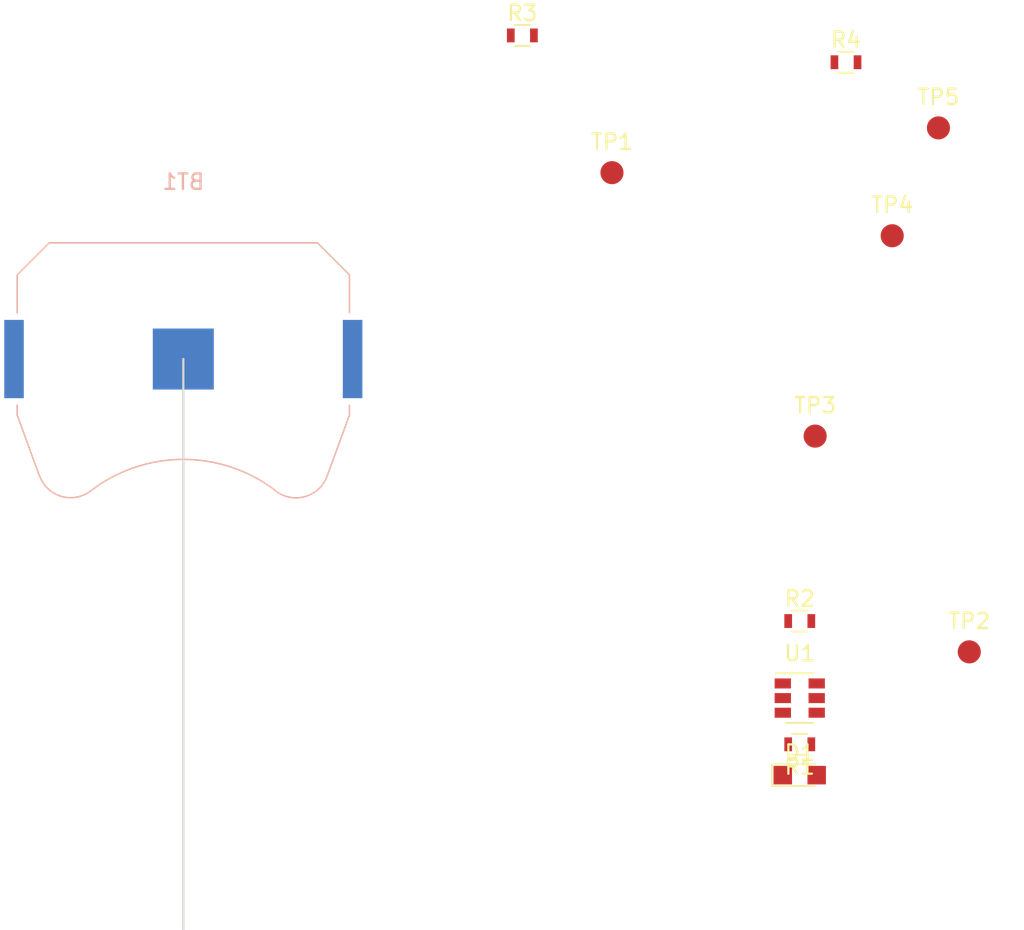
<source format=kicad_pcb>
(kicad_pcb (version 20171130) (host pcbnew "(5.0.0)")

  (general
    (thickness 1.6)
    (drawings 1)
    (tracks 0)
    (zones 0)
    (modules 12)
    (nets 9)
  )

  (page A4)
  (layers
    (0 F.Cu signal)
    (31 B.Cu signal)
    (32 B.Adhes user)
    (33 F.Adhes user)
    (34 B.Paste user)
    (35 F.Paste user)
    (36 B.SilkS user)
    (37 F.SilkS user)
    (38 B.Mask user)
    (39 F.Mask user)
    (40 Dwgs.User user)
    (41 Cmts.User user)
    (42 Eco1.User user)
    (43 Eco2.User user)
    (44 Edge.Cuts user)
    (45 Margin user)
    (46 B.CrtYd user)
    (47 F.CrtYd user)
    (48 B.Fab user)
    (49 F.Fab user)
  )

  (setup
    (last_trace_width 0.25)
    (trace_clearance 0.2)
    (zone_clearance 0.508)
    (zone_45_only no)
    (trace_min 0.2)
    (segment_width 0.2)
    (edge_width 0.15)
    (via_size 0.8)
    (via_drill 0.4)
    (via_min_size 0.4)
    (via_min_drill 0.3)
    (uvia_size 0.3)
    (uvia_drill 0.1)
    (uvias_allowed no)
    (uvia_min_size 0.2)
    (uvia_min_drill 0.1)
    (pcb_text_width 0.3)
    (pcb_text_size 1.5 1.5)
    (mod_edge_width 0.15)
    (mod_text_size 1 1)
    (mod_text_width 0.15)
    (pad_size 1.524 1.524)
    (pad_drill 0.762)
    (pad_to_mask_clearance 0.2)
    (aux_axis_origin 0 0)
    (visible_elements FFFFFF7F)
    (pcbplotparams
      (layerselection 0x010fc_ffffffff)
      (usegerberextensions false)
      (usegerberattributes false)
      (usegerberadvancedattributes false)
      (creategerberjobfile false)
      (excludeedgelayer true)
      (linewidth 0.100000)
      (plotframeref false)
      (viasonmask false)
      (mode 1)
      (useauxorigin false)
      (hpglpennumber 1)
      (hpglpenspeed 20)
      (hpglpendiameter 15.000000)
      (psnegative false)
      (psa4output false)
      (plotreference true)
      (plotvalue true)
      (plotinvisibletext false)
      (padsonsilk false)
      (subtractmaskfromsilk false)
      (outputformat 1)
      (mirror false)
      (drillshape 1)
      (scaleselection 1)
      (outputdirectory ""))
  )

  (net 0 "")
  (net 1 VCC)
  (net 2 GND)
  (net 3 "Net-(D1-Pad2)")
  (net 4 /BLINK)
  (net 5 /RESET)
  (net 6 "Net-(D2-Pad2)")
  (net 7 /SENCE_BLINK)
  (net 8 /SEND_BLINK)

  (net_class Default "This is the default net class."
    (clearance 0.2)
    (trace_width 0.25)
    (via_dia 0.8)
    (via_drill 0.4)
    (uvia_dia 0.3)
    (uvia_drill 0.1)
    (add_net /BLINK)
    (add_net /RESET)
    (add_net /SENCE_BLINK)
    (add_net /SEND_BLINK)
    (add_net GND)
    (add_net "Net-(D1-Pad2)")
    (add_net "Net-(D2-Pad2)")
    (add_net VCC)
  )

  (module Battery_Holders:Keystone_3034_1x20mm-CoinCell (layer B.Cu) (tedit 595D9565) (tstamp 5B857A3F)
    (at 107 113 180)
    (descr "Keystone 3034 SMD battery holder for 2020, 2025 and 2032 coincell batteries. http://www.keyelco.com/product-pdf.cfm?p=798")
    (tags "Keystone type 3034 coin cell retainer")
    (path /5B856F01)
    (attr smd)
    (fp_text reference BT1 (at 0 11.5 180) (layer B.SilkS)
      (effects (font (size 1 1) (thickness 0.15)) (justify mirror))
    )
    (fp_text value Battery_Cell (at 0 -11.5 180) (layer B.Fab)
      (effects (font (size 1 1) (thickness 0.15)) (justify mirror))
    )
    (fp_line (start 11.87 -2.79) (end 11.87 2.79) (layer B.CrtYd) (width 0.05))
    (fp_line (start 10.88 -2.79) (end 11.87 -2.79) (layer B.CrtYd) (width 0.05))
    (fp_line (start 10.88 -3.64) (end 10.88 -2.79) (layer B.CrtYd) (width 0.05))
    (fp_line (start 9.43 -7.63) (end 10.88 -3.64) (layer B.CrtYd) (width 0.05))
    (fp_arc (start 7.31 -6.85) (end 5.96 -8.64) (angle 106.9) (layer B.CrtYd) (width 0.05))
    (fp_arc (start 0 0) (end -5.96 -8.64) (angle 69.1) (layer B.CrtYd) (width 0.05))
    (fp_arc (start -7.31 -6.85) (end -9.43 -7.62) (angle 106.9) (layer B.CrtYd) (width 0.05))
    (fp_line (start -10.88 -3.64) (end -9.44 -7.62) (layer B.CrtYd) (width 0.05))
    (fp_line (start -10.88 -2.79) (end -10.88 -3.64) (layer B.CrtYd) (width 0.05))
    (fp_line (start -11.87 -2.79) (end -10.88 -2.79) (layer B.CrtYd) (width 0.05))
    (fp_line (start -11.87 2.79) (end -11.87 -2.79) (layer B.CrtYd) (width 0.05))
    (fp_line (start -10.88 2.79) (end -11.87 2.79) (layer B.CrtYd) (width 0.05))
    (fp_line (start -10.88 5.5) (end -10.88 2.79) (layer B.CrtYd) (width 0.05))
    (fp_line (start -8.74 7.64) (end -10.88 5.5) (layer B.CrtYd) (width 0.05))
    (fp_line (start -7.2 7.64) (end -8.74 7.64) (layer B.CrtYd) (width 0.05))
    (fp_arc (start 0 0) (end 7.2 7.64) (angle 86.6) (layer B.CrtYd) (width 0.05))
    (fp_line (start 8.74 7.64) (end 7.2 7.64) (layer B.CrtYd) (width 0.05))
    (fp_line (start 10.88 5.5) (end 8.74 7.64) (layer B.CrtYd) (width 0.05))
    (fp_line (start 10.88 2.79) (end 10.88 5.5) (layer B.CrtYd) (width 0.05))
    (fp_line (start 11.87 2.79) (end 10.88 2.79) (layer B.CrtYd) (width 0.05))
    (fp_arc (start -7.31 -6.85) (end -9.19 -7.53) (angle 107.5) (layer B.Fab) (width 0.1))
    (fp_arc (start 0 -16.36) (end 6.1 -8.43) (angle 75.1) (layer B.Fab) (width 0.1))
    (fp_arc (start 7.31 -6.85) (end 6.1 -8.43) (angle 107.5) (layer B.Fab) (width 0.1))
    (fp_line (start 10.63 -3.6) (end 9.19 -7.53) (layer B.Fab) (width 0.1))
    (fp_line (start 10.63 5.4) (end 10.63 -3.6) (layer B.Fab) (width 0.1))
    (fp_line (start 8.64 7.39) (end 10.63 5.4) (layer B.Fab) (width 0.1))
    (fp_line (start -8.64 7.39) (end 8.64 7.39) (layer B.Fab) (width 0.1))
    (fp_line (start -10.63 5.4) (end -8.64 7.39) (layer B.Fab) (width 0.1))
    (fp_line (start -10.63 -3.6) (end -10.63 5.4) (layer B.Fab) (width 0.1))
    (fp_line (start -9.19 -7.53) (end -10.63 -3.6) (layer B.Fab) (width 0.1))
    (fp_line (start 10.78 -3) (end 10.78 -3.63) (layer B.SilkS) (width 0.1))
    (fp_line (start 10.78 5.46) (end 10.78 3) (layer B.SilkS) (width 0.1))
    (fp_line (start -10.78 -3) (end -10.78 -3.63) (layer B.SilkS) (width 0.1))
    (fp_line (start -10.78 5.46) (end -10.78 3) (layer B.SilkS) (width 0.1))
    (fp_arc (start 7.31 -6.85) (end 6 -8.55) (angle 107.5) (layer B.SilkS) (width 0.1))
    (fp_line (start 10.78 -3.63) (end 9.34 -7.58) (layer B.SilkS) (width 0.1))
    (fp_line (start 8.7 7.54) (end 10.78 5.46) (layer B.SilkS) (width 0.1))
    (fp_line (start 8.7 7.54) (end -8.7 7.54) (layer B.SilkS) (width 0.1))
    (fp_line (start -8.7 7.54) (end -10.78 5.46) (layer B.SilkS) (width 0.1))
    (fp_line (start -10.78 -3.63) (end -9.34 -7.58) (layer B.SilkS) (width 0.1))
    (fp_arc (start -7.31 -6.85) (end -9.34 -7.58) (angle 107.5) (layer B.SilkS) (width 0.1))
    (fp_arc (start 0 -16.36) (end 6 -8.55) (angle 75.1) (layer B.SilkS) (width 0.1))
    (fp_circle (center 0 0) (end 0 -10.25) (layer Dwgs.User) (width 0.15))
    (fp_text user %R (at 0 2.9 180) (layer B.Fab)
      (effects (font (size 1 1) (thickness 0.15)) (justify mirror))
    )
    (pad 1 smd rect (at -10.985 0 180) (size 1.27 5.08) (layers B.Cu B.Paste B.Mask)
      (net 1 VCC))
    (pad 1 smd rect (at 10.985 0 180) (size 1.27 5.08) (layers B.Cu B.Paste B.Mask)
      (net 1 VCC))
    (pad 2 smd rect (at 0 0 180) (size 3.96 3.96) (layers B.Cu B.Paste B.Mask)
      (net 2 GND))
    (model ${KISYS3DMOD}/Battery_Holders.3dshapes/Keystone_3034_1x20mm-CoinCell.wrl
      (at (xyz 0 0 0))
      (scale (xyz 1 1 1))
      (rotate (xyz 0 0 0))
    )
  )

  (module LEDs:LED_0805 (layer F.Cu) (tedit 59959803) (tstamp 5B857A55)
    (at 147 140)
    (descr "LED 0805 smd package")
    (tags "LED led 0805 SMD smd SMT smt smdled SMDLED smtled SMTLED")
    (path /5B857497)
    (attr smd)
    (fp_text reference D1 (at 0 -1.45) (layer F.SilkS)
      (effects (font (size 1 1) (thickness 0.15)))
    )
    (fp_text value LED (at 0 1.55) (layer F.Fab)
      (effects (font (size 1 1) (thickness 0.15)))
    )
    (fp_text user %R (at 0 -1.25) (layer F.Fab)
      (effects (font (size 0.4 0.4) (thickness 0.1)))
    )
    (fp_line (start -1.95 -0.85) (end 1.95 -0.85) (layer F.CrtYd) (width 0.05))
    (fp_line (start -1.95 0.85) (end -1.95 -0.85) (layer F.CrtYd) (width 0.05))
    (fp_line (start 1.95 0.85) (end -1.95 0.85) (layer F.CrtYd) (width 0.05))
    (fp_line (start 1.95 -0.85) (end 1.95 0.85) (layer F.CrtYd) (width 0.05))
    (fp_line (start -1.8 -0.7) (end 1 -0.7) (layer F.SilkS) (width 0.12))
    (fp_line (start -1.8 0.7) (end 1 0.7) (layer F.SilkS) (width 0.12))
    (fp_line (start -1 0.6) (end -1 -0.6) (layer F.Fab) (width 0.1))
    (fp_line (start -1 -0.6) (end 1 -0.6) (layer F.Fab) (width 0.1))
    (fp_line (start 1 -0.6) (end 1 0.6) (layer F.Fab) (width 0.1))
    (fp_line (start 1 0.6) (end -1 0.6) (layer F.Fab) (width 0.1))
    (fp_line (start 0.2 -0.4) (end 0.2 0.4) (layer F.Fab) (width 0.1))
    (fp_line (start 0.2 0.4) (end -0.4 0) (layer F.Fab) (width 0.1))
    (fp_line (start -0.4 0) (end 0.2 -0.4) (layer F.Fab) (width 0.1))
    (fp_line (start -0.4 -0.4) (end -0.4 0.4) (layer F.Fab) (width 0.1))
    (fp_line (start -1.8 -0.7) (end -1.8 0.7) (layer F.SilkS) (width 0.12))
    (pad 1 smd rect (at -1.1 0 180) (size 1.2 1.2) (layers F.Cu F.Paste F.Mask)
      (net 2 GND))
    (pad 2 smd rect (at 1.1 0 180) (size 1.2 1.2) (layers F.Cu F.Paste F.Mask)
      (net 3 "Net-(D1-Pad2)"))
    (model ${KISYS3DMOD}/LEDs.3dshapes/LED_0805.wrl
      (at (xyz 0 0 0))
      (scale (xyz 1 1 1))
      (rotate (xyz 0 0 180))
    )
  )

  (module Resistors_SMD:R_0603 (layer F.Cu) (tedit 58E0A804) (tstamp 5B857A66)
    (at 147 138 180)
    (descr "Resistor SMD 0603, reflow soldering, Vishay (see dcrcw.pdf)")
    (tags "resistor 0603")
    (path /5B857B67)
    (attr smd)
    (fp_text reference R1 (at 0 -1.45 180) (layer F.SilkS)
      (effects (font (size 1 1) (thickness 0.15)))
    )
    (fp_text value 330R (at 0 1.5 180) (layer F.Fab)
      (effects (font (size 1 1) (thickness 0.15)))
    )
    (fp_line (start 1.25 0.7) (end -1.25 0.7) (layer F.CrtYd) (width 0.05))
    (fp_line (start 1.25 0.7) (end 1.25 -0.7) (layer F.CrtYd) (width 0.05))
    (fp_line (start -1.25 -0.7) (end -1.25 0.7) (layer F.CrtYd) (width 0.05))
    (fp_line (start -1.25 -0.7) (end 1.25 -0.7) (layer F.CrtYd) (width 0.05))
    (fp_line (start -0.5 -0.68) (end 0.5 -0.68) (layer F.SilkS) (width 0.12))
    (fp_line (start 0.5 0.68) (end -0.5 0.68) (layer F.SilkS) (width 0.12))
    (fp_line (start -0.8 -0.4) (end 0.8 -0.4) (layer F.Fab) (width 0.1))
    (fp_line (start 0.8 -0.4) (end 0.8 0.4) (layer F.Fab) (width 0.1))
    (fp_line (start 0.8 0.4) (end -0.8 0.4) (layer F.Fab) (width 0.1))
    (fp_line (start -0.8 0.4) (end -0.8 -0.4) (layer F.Fab) (width 0.1))
    (fp_text user %R (at 0 0 180) (layer F.Fab)
      (effects (font (size 0.4 0.4) (thickness 0.075)))
    )
    (pad 2 smd rect (at 0.75 0 180) (size 0.5 0.9) (layers F.Cu F.Paste F.Mask)
      (net 3 "Net-(D1-Pad2)"))
    (pad 1 smd rect (at -0.75 0 180) (size 0.5 0.9) (layers F.Cu F.Paste F.Mask)
      (net 4 /BLINK))
    (model ${KISYS3DMOD}/Resistors_SMD.3dshapes/R_0603.wrl
      (at (xyz 0 0 0))
      (scale (xyz 1 1 1))
      (rotate (xyz 0 0 0))
    )
  )

  (module Resistors_SMD:R_0603 (layer F.Cu) (tedit 58E0A804) (tstamp 5B857A77)
    (at 147 130)
    (descr "Resistor SMD 0603, reflow soldering, Vishay (see dcrcw.pdf)")
    (tags "resistor 0603")
    (path /5B85D356)
    (attr smd)
    (fp_text reference R2 (at 0 -1.45) (layer F.SilkS)
      (effects (font (size 1 1) (thickness 0.15)))
    )
    (fp_text value 10K (at 0 1.5) (layer F.Fab)
      (effects (font (size 1 1) (thickness 0.15)))
    )
    (fp_line (start 1.25 0.7) (end -1.25 0.7) (layer F.CrtYd) (width 0.05))
    (fp_line (start 1.25 0.7) (end 1.25 -0.7) (layer F.CrtYd) (width 0.05))
    (fp_line (start -1.25 -0.7) (end -1.25 0.7) (layer F.CrtYd) (width 0.05))
    (fp_line (start -1.25 -0.7) (end 1.25 -0.7) (layer F.CrtYd) (width 0.05))
    (fp_line (start -0.5 -0.68) (end 0.5 -0.68) (layer F.SilkS) (width 0.12))
    (fp_line (start 0.5 0.68) (end -0.5 0.68) (layer F.SilkS) (width 0.12))
    (fp_line (start -0.8 -0.4) (end 0.8 -0.4) (layer F.Fab) (width 0.1))
    (fp_line (start 0.8 -0.4) (end 0.8 0.4) (layer F.Fab) (width 0.1))
    (fp_line (start 0.8 0.4) (end -0.8 0.4) (layer F.Fab) (width 0.1))
    (fp_line (start -0.8 0.4) (end -0.8 -0.4) (layer F.Fab) (width 0.1))
    (fp_text user %R (at 0 0) (layer F.Fab)
      (effects (font (size 0.4 0.4) (thickness 0.075)))
    )
    (pad 2 smd rect (at 0.75 0) (size 0.5 0.9) (layers F.Cu F.Paste F.Mask)
      (net 1 VCC))
    (pad 1 smd rect (at -0.75 0) (size 0.5 0.9) (layers F.Cu F.Paste F.Mask)
      (net 5 /RESET))
    (model ${KISYS3DMOD}/Resistors_SMD.3dshapes/R_0603.wrl
      (at (xyz 0 0 0))
      (scale (xyz 1 1 1))
      (rotate (xyz 0 0 0))
    )
  )

  (module Resistors_SMD:R_0603 (layer F.Cu) (tedit 58E0A804) (tstamp 5B857A88)
    (at 129 92)
    (descr "Resistor SMD 0603, reflow soldering, Vishay (see dcrcw.pdf)")
    (tags "resistor 0603")
    (path /5B858518)
    (attr smd)
    (fp_text reference R3 (at 0 -1.45) (layer F.SilkS)
      (effects (font (size 1 1) (thickness 0.15)))
    )
    (fp_text value 330R (at 0 1.5) (layer F.Fab)
      (effects (font (size 1 1) (thickness 0.15)))
    )
    (fp_text user %R (at 0 0) (layer F.Fab)
      (effects (font (size 0.4 0.4) (thickness 0.075)))
    )
    (fp_line (start -0.8 0.4) (end -0.8 -0.4) (layer F.Fab) (width 0.1))
    (fp_line (start 0.8 0.4) (end -0.8 0.4) (layer F.Fab) (width 0.1))
    (fp_line (start 0.8 -0.4) (end 0.8 0.4) (layer F.Fab) (width 0.1))
    (fp_line (start -0.8 -0.4) (end 0.8 -0.4) (layer F.Fab) (width 0.1))
    (fp_line (start 0.5 0.68) (end -0.5 0.68) (layer F.SilkS) (width 0.12))
    (fp_line (start -0.5 -0.68) (end 0.5 -0.68) (layer F.SilkS) (width 0.12))
    (fp_line (start -1.25 -0.7) (end 1.25 -0.7) (layer F.CrtYd) (width 0.05))
    (fp_line (start -1.25 -0.7) (end -1.25 0.7) (layer F.CrtYd) (width 0.05))
    (fp_line (start 1.25 0.7) (end 1.25 -0.7) (layer F.CrtYd) (width 0.05))
    (fp_line (start 1.25 0.7) (end -1.25 0.7) (layer F.CrtYd) (width 0.05))
    (pad 1 smd rect (at -0.75 0) (size 0.5 0.9) (layers F.Cu F.Paste F.Mask)
      (net 1 VCC))
    (pad 2 smd rect (at 0.75 0) (size 0.5 0.9) (layers F.Cu F.Paste F.Mask)
      (net 6 "Net-(D2-Pad2)"))
    (model ${KISYS3DMOD}/Resistors_SMD.3dshapes/R_0603.wrl
      (at (xyz 0 0 0))
      (scale (xyz 1 1 1))
      (rotate (xyz 0 0 0))
    )
  )

  (module Resistors_SMD:R_0603 (layer F.Cu) (tedit 58E0A804) (tstamp 5B857A99)
    (at 150 93.740001)
    (descr "Resistor SMD 0603, reflow soldering, Vishay (see dcrcw.pdf)")
    (tags "resistor 0603")
    (path /5B857AB5)
    (attr smd)
    (fp_text reference R4 (at 0 -1.45) (layer F.SilkS)
      (effects (font (size 1 1) (thickness 0.15)))
    )
    (fp_text value 10K (at 0 1.5) (layer F.Fab)
      (effects (font (size 1 1) (thickness 0.15)))
    )
    (fp_text user %R (at 0 0) (layer F.Fab)
      (effects (font (size 0.4 0.4) (thickness 0.075)))
    )
    (fp_line (start -0.8 0.4) (end -0.8 -0.4) (layer F.Fab) (width 0.1))
    (fp_line (start 0.8 0.4) (end -0.8 0.4) (layer F.Fab) (width 0.1))
    (fp_line (start 0.8 -0.4) (end 0.8 0.4) (layer F.Fab) (width 0.1))
    (fp_line (start -0.8 -0.4) (end 0.8 -0.4) (layer F.Fab) (width 0.1))
    (fp_line (start 0.5 0.68) (end -0.5 0.68) (layer F.SilkS) (width 0.12))
    (fp_line (start -0.5 -0.68) (end 0.5 -0.68) (layer F.SilkS) (width 0.12))
    (fp_line (start -1.25 -0.7) (end 1.25 -0.7) (layer F.CrtYd) (width 0.05))
    (fp_line (start -1.25 -0.7) (end -1.25 0.7) (layer F.CrtYd) (width 0.05))
    (fp_line (start 1.25 0.7) (end 1.25 -0.7) (layer F.CrtYd) (width 0.05))
    (fp_line (start 1.25 0.7) (end -1.25 0.7) (layer F.CrtYd) (width 0.05))
    (pad 1 smd rect (at -0.75 0) (size 0.5 0.9) (layers F.Cu F.Paste F.Mask)
      (net 1 VCC))
    (pad 2 smd rect (at 0.75 0) (size 0.5 0.9) (layers F.Cu F.Paste F.Mask)
      (net 7 /SENCE_BLINK))
    (model ${KISYS3DMOD}/Resistors_SMD.3dshapes/R_0603.wrl
      (at (xyz 0 0 0))
      (scale (xyz 1 1 1))
      (rotate (xyz 0 0 0))
    )
  )

  (module Measurement_Points:Measurement_Point_Round-SMD-Pad_Small (layer F.Cu) (tedit 56C35ED0) (tstamp 5B857A9F)
    (at 134.815001 100.905001)
    (descr "Mesurement Point, Round, SMD Pad, DM 1.5mm,")
    (tags "Mesurement Point Round SMD Pad 1.5mm")
    (path /5B856D20)
    (attr virtual)
    (fp_text reference TP1 (at 0 -2) (layer F.SilkS)
      (effects (font (size 1 1) (thickness 0.15)))
    )
    (fp_text value TestPoint (at 0 2) (layer F.Fab)
      (effects (font (size 1 1) (thickness 0.15)))
    )
    (fp_circle (center 0 0) (end 1 0) (layer F.CrtYd) (width 0.05))
    (pad 1 smd circle (at 0 0) (size 1.5 1.5) (layers F.Cu F.Mask)
      (net 1 VCC))
  )

  (module Measurement_Points:Measurement_Point_Round-SMD-Pad_Small (layer F.Cu) (tedit 56C35ED0) (tstamp 5B857AA5)
    (at 158 132)
    (descr "Mesurement Point, Round, SMD Pad, DM 1.5mm,")
    (tags "Mesurement Point Round SMD Pad 1.5mm")
    (path /5B856E01)
    (attr virtual)
    (fp_text reference TP2 (at 0 -2) (layer F.SilkS)
      (effects (font (size 1 1) (thickness 0.15)))
    )
    (fp_text value TestPoint (at 0 2) (layer F.Fab)
      (effects (font (size 1 1) (thickness 0.15)))
    )
    (fp_circle (center 0 0) (end 1 0) (layer F.CrtYd) (width 0.05))
    (pad 1 smd circle (at 0 0) (size 1.5 1.5) (layers F.Cu F.Mask)
      (net 5 /RESET))
  )

  (module Measurement_Points:Measurement_Point_Round-SMD-Pad_Small (layer F.Cu) (tedit 56C35ED0) (tstamp 5B857AAB)
    (at 148 118)
    (descr "Mesurement Point, Round, SMD Pad, DM 1.5mm,")
    (tags "Mesurement Point Round SMD Pad 1.5mm")
    (path /5B856E41)
    (attr virtual)
    (fp_text reference TP3 (at 0 -2) (layer F.SilkS)
      (effects (font (size 1 1) (thickness 0.15)))
    )
    (fp_text value TestPoint (at 0 2) (layer F.Fab)
      (effects (font (size 1 1) (thickness 0.15)))
    )
    (fp_circle (center 0 0) (end 1 0) (layer F.CrtYd) (width 0.05))
    (pad 1 smd circle (at 0 0) (size 1.5 1.5) (layers F.Cu F.Mask)
      (net 7 /SENCE_BLINK))
  )

  (module Measurement_Points:Measurement_Point_Round-SMD-Pad_Small (layer F.Cu) (tedit 56C35ED0) (tstamp 5B857AB1)
    (at 153 105)
    (descr "Mesurement Point, Round, SMD Pad, DM 1.5mm,")
    (tags "Mesurement Point Round SMD Pad 1.5mm")
    (path /5B856CA0)
    (attr virtual)
    (fp_text reference TP4 (at 0 -2) (layer F.SilkS)
      (effects (font (size 1 1) (thickness 0.15)))
    )
    (fp_text value TestPoint (at 0 2) (layer F.Fab)
      (effects (font (size 1 1) (thickness 0.15)))
    )
    (fp_circle (center 0 0) (end 1 0) (layer F.CrtYd) (width 0.05))
    (pad 1 smd circle (at 0 0) (size 1.5 1.5) (layers F.Cu F.Mask)
      (net 8 /SEND_BLINK))
  )

  (module Measurement_Points:Measurement_Point_Round-SMD-Pad_Small (layer F.Cu) (tedit 56C35ED0) (tstamp 5B857AB7)
    (at 156 98)
    (descr "Mesurement Point, Round, SMD Pad, DM 1.5mm,")
    (tags "Mesurement Point Round SMD Pad 1.5mm")
    (path /5B865409)
    (attr virtual)
    (fp_text reference TP5 (at 0 -2) (layer F.SilkS)
      (effects (font (size 1 1) (thickness 0.15)))
    )
    (fp_text value TestPoint (at 0 2) (layer F.Fab)
      (effects (font (size 1 1) (thickness 0.15)))
    )
    (fp_circle (center 0 0) (end 1 0) (layer F.CrtYd) (width 0.05))
    (pad 1 smd circle (at 0 0) (size 1.5 1.5) (layers F.Cu F.Mask)
      (net 2 GND))
  )

  (module TO_SOT_Packages_SMD:SOT-23-6 (layer F.Cu) (tedit 58CE4E7E) (tstamp 5B857ACD)
    (at 147 135)
    (descr "6-pin SOT-23 package")
    (tags SOT-23-6)
    (path /5B856BE8)
    (attr smd)
    (fp_text reference U1 (at 0 -2.9) (layer F.SilkS)
      (effects (font (size 1 1) (thickness 0.15)))
    )
    (fp_text value ATtiny10-TS (at 0 2.9) (layer F.Fab)
      (effects (font (size 1 1) (thickness 0.15)))
    )
    (fp_line (start 0.9 -1.55) (end 0.9 1.55) (layer F.Fab) (width 0.1))
    (fp_line (start 0.9 1.55) (end -0.9 1.55) (layer F.Fab) (width 0.1))
    (fp_line (start -0.9 -0.9) (end -0.9 1.55) (layer F.Fab) (width 0.1))
    (fp_line (start 0.9 -1.55) (end -0.25 -1.55) (layer F.Fab) (width 0.1))
    (fp_line (start -0.9 -0.9) (end -0.25 -1.55) (layer F.Fab) (width 0.1))
    (fp_line (start -1.9 -1.8) (end -1.9 1.8) (layer F.CrtYd) (width 0.05))
    (fp_line (start -1.9 1.8) (end 1.9 1.8) (layer F.CrtYd) (width 0.05))
    (fp_line (start 1.9 1.8) (end 1.9 -1.8) (layer F.CrtYd) (width 0.05))
    (fp_line (start 1.9 -1.8) (end -1.9 -1.8) (layer F.CrtYd) (width 0.05))
    (fp_line (start 0.9 -1.61) (end -1.55 -1.61) (layer F.SilkS) (width 0.12))
    (fp_line (start -0.9 1.61) (end 0.9 1.61) (layer F.SilkS) (width 0.12))
    (fp_text user %R (at 0 0 90) (layer F.Fab)
      (effects (font (size 0.5 0.5) (thickness 0.075)))
    )
    (pad 5 smd rect (at 1.1 0) (size 1.06 0.65) (layers F.Cu F.Paste F.Mask)
      (net 1 VCC))
    (pad 6 smd rect (at 1.1 -0.95) (size 1.06 0.65) (layers F.Cu F.Paste F.Mask)
      (net 5 /RESET))
    (pad 4 smd rect (at 1.1 0.95) (size 1.06 0.65) (layers F.Cu F.Paste F.Mask)
      (net 4 /BLINK))
    (pad 3 smd rect (at -1.1 0.95) (size 1.06 0.65) (layers F.Cu F.Paste F.Mask)
      (net 8 /SEND_BLINK))
    (pad 2 smd rect (at -1.1 0) (size 1.06 0.65) (layers F.Cu F.Paste F.Mask)
      (net 2 GND))
    (pad 1 smd rect (at -1.1 -0.95) (size 1.06 0.65) (layers F.Cu F.Paste F.Mask)
      (net 7 /SENCE_BLINK))
    (model ${KISYS3DMOD}/TO_SOT_Packages_SMD.3dshapes/SOT-23-6.wrl
      (at (xyz 0 0 0))
      (scale (xyz 1 1 1))
      (rotate (xyz 0 0 0))
    )
  )

  (gr_line (start 107 113) (end 107 150) (layer Edge.Cuts) (width 0.15))

)

</source>
